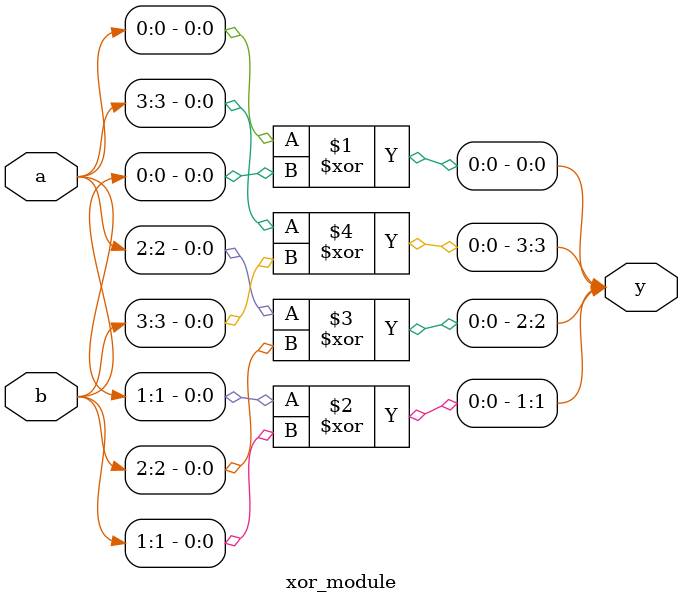
<source format=sv>
module xor_module #(
  parameter N = 4
)
(
  input [N-1:0] a,
  input [N-1:0] b,
  output [N-1:0] y  
);

  genvar i;

  generate
    for(i=0; i<N; i=i+1) begin : xor_op
      xor xor_gate(y[i], a[i], b[i]); 
    end
  endgenerate
  
endmodule
</source>
